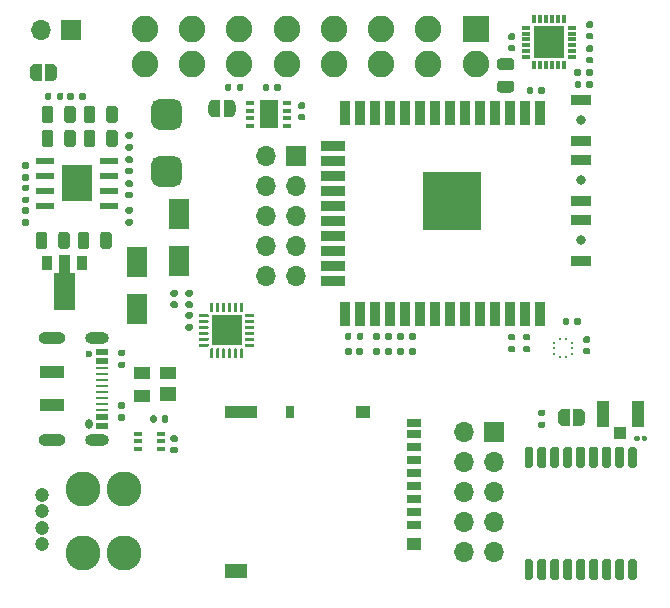
<source format=gbr>
%TF.GenerationSoftware,KiCad,Pcbnew,5.1.9*%
%TF.CreationDate,2021-03-07T20:19:58+01:00*%
%TF.ProjectId,obd32,6f626433-322e-46b6-9963-61645f706362,rev?*%
%TF.SameCoordinates,Original*%
%TF.FileFunction,Soldermask,Top*%
%TF.FilePolarity,Negative*%
%FSLAX46Y46*%
G04 Gerber Fmt 4.6, Leading zero omitted, Abs format (unit mm)*
G04 Created by KiCad (PCBNEW 5.1.9) date 2021-03-07 20:19:58*
%MOMM*%
%LPD*%
G01*
G04 APERTURE LIST*
%ADD10R,2.000000X1.000000*%
%ADD11O,2.300000X1.000000*%
%ADD12O,0.600000X0.850000*%
%ADD13C,0.600000*%
%ADD14O,2.000000X1.000000*%
%ADD15R,1.000000X0.270000*%
%ADD16R,1.000000X0.520000*%
%ADD17R,0.254000X0.279400*%
%ADD18R,0.279400X0.254000*%
%ADD19O,1.700000X1.700000*%
%ADD20R,1.700000X1.700000*%
%ADD21C,2.250000*%
%ADD22R,2.250000X2.250000*%
%ADD23C,0.100000*%
%ADD24R,1.041400X1.092200*%
%ADD25R,1.041400X2.260600*%
%ADD26R,1.900000X1.300000*%
%ADD27R,2.800000X1.000000*%
%ADD28R,0.800000X1.000000*%
%ADD29R,1.200000X1.000000*%
%ADD30R,1.200000X0.700000*%
%ADD31R,0.900000X1.300000*%
%ADD32R,0.900000X2.000000*%
%ADD33R,2.000000X0.900000*%
%ADD34R,5.000000X5.000000*%
%ADD35C,0.800000*%
%ADD36R,1.700000X0.900000*%
%ADD37C,2.970000*%
%ADD38C,1.200000*%
%ADD39R,1.400000X1.000000*%
%ADD40R,1.400000X1.200000*%
%ADD41R,2.600000X2.600000*%
%ADD42R,1.800000X2.500000*%
%ADD43R,2.600000X3.100000*%
%ADD44R,1.550000X0.600000*%
%ADD45R,0.650000X0.400000*%
%ADD46R,2.650000X2.750000*%
%ADD47R,0.800000X0.300000*%
%ADD48R,0.300000X0.800000*%
%ADD49R,1.550000X2.400000*%
%ADD50R,0.650000X0.350000*%
G04 APERTURE END LIST*
D10*
%TO.C,J2*%
X199838500Y-93215000D03*
X199838500Y-96015000D03*
D11*
X199838500Y-98935000D03*
D12*
X202938500Y-97615000D03*
D11*
X199838500Y-90295000D03*
D13*
X202938500Y-91615000D03*
D14*
X203663500Y-90295000D03*
X203663500Y-98935000D03*
D15*
X204038500Y-94365000D03*
X204038500Y-96365000D03*
X204038500Y-95865000D03*
X204038500Y-95365000D03*
X204038500Y-94865000D03*
X204038500Y-93865000D03*
X204038500Y-93365000D03*
X204038500Y-92865000D03*
D16*
X204038500Y-97715000D03*
X204038500Y-96965000D03*
X204038500Y-92265000D03*
X204038500Y-91515000D03*
X204038500Y-91515000D03*
X204038500Y-92265000D03*
X204038500Y-96965000D03*
X204038500Y-97715000D03*
%TD*%
%TO.C,R13*%
G36*
G01*
X206560000Y-79770000D02*
X206190000Y-79770000D01*
G75*
G02*
X206055000Y-79635000I0J135000D01*
G01*
X206055000Y-79365000D01*
G75*
G02*
X206190000Y-79230000I135000J0D01*
G01*
X206560000Y-79230000D01*
G75*
G02*
X206695000Y-79365000I0J-135000D01*
G01*
X206695000Y-79635000D01*
G75*
G02*
X206560000Y-79770000I-135000J0D01*
G01*
G37*
G36*
G01*
X206560000Y-80790000D02*
X206190000Y-80790000D01*
G75*
G02*
X206055000Y-80655000I0J135000D01*
G01*
X206055000Y-80385000D01*
G75*
G02*
X206190000Y-80250000I135000J0D01*
G01*
X206560000Y-80250000D01*
G75*
G02*
X206695000Y-80385000I0J-135000D01*
G01*
X206695000Y-80655000D01*
G75*
G02*
X206560000Y-80790000I-135000J0D01*
G01*
G37*
%TD*%
%TO.C,R18*%
G36*
G01*
X241115000Y-97395000D02*
X241485000Y-97395000D01*
G75*
G02*
X241620000Y-97530000I0J-135000D01*
G01*
X241620000Y-97800000D01*
G75*
G02*
X241485000Y-97935000I-135000J0D01*
G01*
X241115000Y-97935000D01*
G75*
G02*
X240980000Y-97800000I0J135000D01*
G01*
X240980000Y-97530000D01*
G75*
G02*
X241115000Y-97395000I135000J0D01*
G01*
G37*
G36*
G01*
X241115000Y-96375000D02*
X241485000Y-96375000D01*
G75*
G02*
X241620000Y-96510000I0J-135000D01*
G01*
X241620000Y-96780000D01*
G75*
G02*
X241485000Y-96915000I-135000J0D01*
G01*
X241115000Y-96915000D01*
G75*
G02*
X240980000Y-96780000I0J135000D01*
G01*
X240980000Y-96510000D01*
G75*
G02*
X241115000Y-96375000I135000J0D01*
G01*
G37*
%TD*%
%TO.C,R17*%
G36*
G01*
X215025000Y-68903000D02*
X215025000Y-69273000D01*
G75*
G02*
X214890000Y-69408000I-135000J0D01*
G01*
X214620000Y-69408000D01*
G75*
G02*
X214485000Y-69273000I0J135000D01*
G01*
X214485000Y-68903000D01*
G75*
G02*
X214620000Y-68768000I135000J0D01*
G01*
X214890000Y-68768000D01*
G75*
G02*
X215025000Y-68903000I0J-135000D01*
G01*
G37*
G36*
G01*
X216045000Y-68903000D02*
X216045000Y-69273000D01*
G75*
G02*
X215910000Y-69408000I-135000J0D01*
G01*
X215640000Y-69408000D01*
G75*
G02*
X215505000Y-69273000I0J135000D01*
G01*
X215505000Y-68903000D01*
G75*
G02*
X215640000Y-68768000I135000J0D01*
G01*
X215910000Y-68768000D01*
G75*
G02*
X216045000Y-68903000I0J-135000D01*
G01*
G37*
%TD*%
%TO.C,R16*%
G36*
G01*
X205555000Y-96760000D02*
X205925000Y-96760000D01*
G75*
G02*
X206060000Y-96895000I0J-135000D01*
G01*
X206060000Y-97165000D01*
G75*
G02*
X205925000Y-97300000I-135000J0D01*
G01*
X205555000Y-97300000D01*
G75*
G02*
X205420000Y-97165000I0J135000D01*
G01*
X205420000Y-96895000D01*
G75*
G02*
X205555000Y-96760000I135000J0D01*
G01*
G37*
G36*
G01*
X205555000Y-95740000D02*
X205925000Y-95740000D01*
G75*
G02*
X206060000Y-95875000I0J-135000D01*
G01*
X206060000Y-96145000D01*
G75*
G02*
X205925000Y-96280000I-135000J0D01*
G01*
X205555000Y-96280000D01*
G75*
G02*
X205420000Y-96145000I0J135000D01*
G01*
X205420000Y-95875000D01*
G75*
G02*
X205555000Y-95740000I135000J0D01*
G01*
G37*
%TD*%
%TO.C,R15*%
G36*
G01*
X205555000Y-92315000D02*
X205925000Y-92315000D01*
G75*
G02*
X206060000Y-92450000I0J-135000D01*
G01*
X206060000Y-92720000D01*
G75*
G02*
X205925000Y-92855000I-135000J0D01*
G01*
X205555000Y-92855000D01*
G75*
G02*
X205420000Y-92720000I0J135000D01*
G01*
X205420000Y-92450000D01*
G75*
G02*
X205555000Y-92315000I135000J0D01*
G01*
G37*
G36*
G01*
X205555000Y-91295000D02*
X205925000Y-91295000D01*
G75*
G02*
X206060000Y-91430000I0J-135000D01*
G01*
X206060000Y-91700000D01*
G75*
G02*
X205925000Y-91835000I-135000J0D01*
G01*
X205555000Y-91835000D01*
G75*
G02*
X205420000Y-91700000I0J135000D01*
G01*
X205420000Y-91430000D01*
G75*
G02*
X205555000Y-91295000I135000J0D01*
G01*
G37*
%TD*%
%TO.C,R14*%
G36*
G01*
X211270000Y-89140000D02*
X211640000Y-89140000D01*
G75*
G02*
X211775000Y-89275000I0J-135000D01*
G01*
X211775000Y-89545000D01*
G75*
G02*
X211640000Y-89680000I-135000J0D01*
G01*
X211270000Y-89680000D01*
G75*
G02*
X211135000Y-89545000I0J135000D01*
G01*
X211135000Y-89275000D01*
G75*
G02*
X211270000Y-89140000I135000J0D01*
G01*
G37*
G36*
G01*
X211270000Y-88120000D02*
X211640000Y-88120000D01*
G75*
G02*
X211775000Y-88255000I0J-135000D01*
G01*
X211775000Y-88525000D01*
G75*
G02*
X211640000Y-88660000I-135000J0D01*
G01*
X211270000Y-88660000D01*
G75*
G02*
X211135000Y-88525000I0J135000D01*
G01*
X211135000Y-88255000D01*
G75*
G02*
X211270000Y-88120000I135000J0D01*
G01*
G37*
%TD*%
%TO.C,R12*%
G36*
G01*
X206560000Y-73420000D02*
X206190000Y-73420000D01*
G75*
G02*
X206055000Y-73285000I0J135000D01*
G01*
X206055000Y-73015000D01*
G75*
G02*
X206190000Y-72880000I135000J0D01*
G01*
X206560000Y-72880000D01*
G75*
G02*
X206695000Y-73015000I0J-135000D01*
G01*
X206695000Y-73285000D01*
G75*
G02*
X206560000Y-73420000I-135000J0D01*
G01*
G37*
G36*
G01*
X206560000Y-74440000D02*
X206190000Y-74440000D01*
G75*
G02*
X206055000Y-74305000I0J135000D01*
G01*
X206055000Y-74035000D01*
G75*
G02*
X206190000Y-73900000I135000J0D01*
G01*
X206560000Y-73900000D01*
G75*
G02*
X206695000Y-74035000I0J-135000D01*
G01*
X206695000Y-74305000D01*
G75*
G02*
X206560000Y-74440000I-135000J0D01*
G01*
G37*
%TD*%
%TO.C,R11*%
G36*
G01*
X201150000Y-70035000D02*
X201150000Y-69665000D01*
G75*
G02*
X201285000Y-69530000I135000J0D01*
G01*
X201555000Y-69530000D01*
G75*
G02*
X201690000Y-69665000I0J-135000D01*
G01*
X201690000Y-70035000D01*
G75*
G02*
X201555000Y-70170000I-135000J0D01*
G01*
X201285000Y-70170000D01*
G75*
G02*
X201150000Y-70035000I0J135000D01*
G01*
G37*
G36*
G01*
X202170000Y-70035000D02*
X202170000Y-69665000D01*
G75*
G02*
X202305000Y-69530000I135000J0D01*
G01*
X202575000Y-69530000D01*
G75*
G02*
X202710000Y-69665000I0J-135000D01*
G01*
X202710000Y-70035000D01*
G75*
G02*
X202575000Y-70170000I-135000J0D01*
G01*
X202305000Y-70170000D01*
G75*
G02*
X202170000Y-70035000I0J135000D01*
G01*
G37*
%TD*%
%TO.C,R10*%
G36*
G01*
X199245000Y-70035000D02*
X199245000Y-69665000D01*
G75*
G02*
X199380000Y-69530000I135000J0D01*
G01*
X199650000Y-69530000D01*
G75*
G02*
X199785000Y-69665000I0J-135000D01*
G01*
X199785000Y-70035000D01*
G75*
G02*
X199650000Y-70170000I-135000J0D01*
G01*
X199380000Y-70170000D01*
G75*
G02*
X199245000Y-70035000I0J135000D01*
G01*
G37*
G36*
G01*
X200265000Y-70035000D02*
X200265000Y-69665000D01*
G75*
G02*
X200400000Y-69530000I135000J0D01*
G01*
X200670000Y-69530000D01*
G75*
G02*
X200805000Y-69665000I0J-135000D01*
G01*
X200805000Y-70035000D01*
G75*
G02*
X200670000Y-70170000I-135000J0D01*
G01*
X200400000Y-70170000D01*
G75*
G02*
X200265000Y-70035000I0J135000D01*
G01*
G37*
%TD*%
%TO.C,R9*%
G36*
G01*
X197427000Y-80250000D02*
X197797000Y-80250000D01*
G75*
G02*
X197932000Y-80385000I0J-135000D01*
G01*
X197932000Y-80655000D01*
G75*
G02*
X197797000Y-80790000I-135000J0D01*
G01*
X197427000Y-80790000D01*
G75*
G02*
X197292000Y-80655000I0J135000D01*
G01*
X197292000Y-80385000D01*
G75*
G02*
X197427000Y-80250000I135000J0D01*
G01*
G37*
G36*
G01*
X197427000Y-79230000D02*
X197797000Y-79230000D01*
G75*
G02*
X197932000Y-79365000I0J-135000D01*
G01*
X197932000Y-79635000D01*
G75*
G02*
X197797000Y-79770000I-135000J0D01*
G01*
X197427000Y-79770000D01*
G75*
G02*
X197292000Y-79635000I0J135000D01*
G01*
X197292000Y-79365000D01*
G75*
G02*
X197427000Y-79230000I135000J0D01*
G01*
G37*
%TD*%
%TO.C,R8*%
G36*
G01*
X197427000Y-78345000D02*
X197797000Y-78345000D01*
G75*
G02*
X197932000Y-78480000I0J-135000D01*
G01*
X197932000Y-78750000D01*
G75*
G02*
X197797000Y-78885000I-135000J0D01*
G01*
X197427000Y-78885000D01*
G75*
G02*
X197292000Y-78750000I0J135000D01*
G01*
X197292000Y-78480000D01*
G75*
G02*
X197427000Y-78345000I135000J0D01*
G01*
G37*
G36*
G01*
X197427000Y-77325000D02*
X197797000Y-77325000D01*
G75*
G02*
X197932000Y-77460000I0J-135000D01*
G01*
X197932000Y-77730000D01*
G75*
G02*
X197797000Y-77865000I-135000J0D01*
G01*
X197427000Y-77865000D01*
G75*
G02*
X197292000Y-77730000I0J135000D01*
G01*
X197292000Y-77460000D01*
G75*
G02*
X197427000Y-77325000I135000J0D01*
G01*
G37*
%TD*%
%TO.C,R7*%
G36*
G01*
X197797000Y-75960000D02*
X197427000Y-75960000D01*
G75*
G02*
X197292000Y-75825000I0J135000D01*
G01*
X197292000Y-75555000D01*
G75*
G02*
X197427000Y-75420000I135000J0D01*
G01*
X197797000Y-75420000D01*
G75*
G02*
X197932000Y-75555000I0J-135000D01*
G01*
X197932000Y-75825000D01*
G75*
G02*
X197797000Y-75960000I-135000J0D01*
G01*
G37*
G36*
G01*
X197797000Y-76980000D02*
X197427000Y-76980000D01*
G75*
G02*
X197292000Y-76845000I0J135000D01*
G01*
X197292000Y-76575000D01*
G75*
G02*
X197427000Y-76440000I135000J0D01*
G01*
X197797000Y-76440000D01*
G75*
G02*
X197932000Y-76575000I0J-135000D01*
G01*
X197932000Y-76845000D01*
G75*
G02*
X197797000Y-76980000I-135000J0D01*
G01*
G37*
%TD*%
%TO.C,R6*%
G36*
G01*
X229630000Y-89985000D02*
X229630000Y-90355000D01*
G75*
G02*
X229495000Y-90490000I-135000J0D01*
G01*
X229225000Y-90490000D01*
G75*
G02*
X229090000Y-90355000I0J135000D01*
G01*
X229090000Y-89985000D01*
G75*
G02*
X229225000Y-89850000I135000J0D01*
G01*
X229495000Y-89850000D01*
G75*
G02*
X229630000Y-89985000I0J-135000D01*
G01*
G37*
G36*
G01*
X230650000Y-89985000D02*
X230650000Y-90355000D01*
G75*
G02*
X230515000Y-90490000I-135000J0D01*
G01*
X230245000Y-90490000D01*
G75*
G02*
X230110000Y-90355000I0J135000D01*
G01*
X230110000Y-89985000D01*
G75*
G02*
X230245000Y-89850000I135000J0D01*
G01*
X230515000Y-89850000D01*
G75*
G02*
X230650000Y-89985000I0J-135000D01*
G01*
G37*
%TD*%
%TO.C,R5*%
G36*
G01*
X227598000Y-89985000D02*
X227598000Y-90355000D01*
G75*
G02*
X227463000Y-90490000I-135000J0D01*
G01*
X227193000Y-90490000D01*
G75*
G02*
X227058000Y-90355000I0J135000D01*
G01*
X227058000Y-89985000D01*
G75*
G02*
X227193000Y-89850000I135000J0D01*
G01*
X227463000Y-89850000D01*
G75*
G02*
X227598000Y-89985000I0J-135000D01*
G01*
G37*
G36*
G01*
X228618000Y-89985000D02*
X228618000Y-90355000D01*
G75*
G02*
X228483000Y-90490000I-135000J0D01*
G01*
X228213000Y-90490000D01*
G75*
G02*
X228078000Y-90355000I0J135000D01*
G01*
X228078000Y-89985000D01*
G75*
G02*
X228213000Y-89850000I135000J0D01*
G01*
X228483000Y-89850000D01*
G75*
G02*
X228618000Y-89985000I0J-135000D01*
G01*
G37*
%TD*%
%TO.C,R4*%
G36*
G01*
X225185000Y-89985000D02*
X225185000Y-90355000D01*
G75*
G02*
X225050000Y-90490000I-135000J0D01*
G01*
X224780000Y-90490000D01*
G75*
G02*
X224645000Y-90355000I0J135000D01*
G01*
X224645000Y-89985000D01*
G75*
G02*
X224780000Y-89850000I135000J0D01*
G01*
X225050000Y-89850000D01*
G75*
G02*
X225185000Y-89985000I0J-135000D01*
G01*
G37*
G36*
G01*
X226205000Y-89985000D02*
X226205000Y-90355000D01*
G75*
G02*
X226070000Y-90490000I-135000J0D01*
G01*
X225800000Y-90490000D01*
G75*
G02*
X225665000Y-90355000I0J135000D01*
G01*
X225665000Y-89985000D01*
G75*
G02*
X225800000Y-89850000I135000J0D01*
G01*
X226070000Y-89850000D01*
G75*
G02*
X226205000Y-89985000I0J-135000D01*
G01*
G37*
%TD*%
%TO.C,R3*%
G36*
G01*
X245096000Y-68003000D02*
X245096000Y-67633000D01*
G75*
G02*
X245231000Y-67498000I135000J0D01*
G01*
X245501000Y-67498000D01*
G75*
G02*
X245636000Y-67633000I0J-135000D01*
G01*
X245636000Y-68003000D01*
G75*
G02*
X245501000Y-68138000I-135000J0D01*
G01*
X245231000Y-68138000D01*
G75*
G02*
X245096000Y-68003000I0J135000D01*
G01*
G37*
G36*
G01*
X244076000Y-68003000D02*
X244076000Y-67633000D01*
G75*
G02*
X244211000Y-67498000I135000J0D01*
G01*
X244481000Y-67498000D01*
G75*
G02*
X244616000Y-67633000I0J-135000D01*
G01*
X244616000Y-68003000D01*
G75*
G02*
X244481000Y-68138000I-135000J0D01*
G01*
X244211000Y-68138000D01*
G75*
G02*
X244076000Y-68003000I0J135000D01*
G01*
G37*
%TD*%
%TO.C,R2*%
G36*
G01*
X240215000Y-90504000D02*
X239845000Y-90504000D01*
G75*
G02*
X239710000Y-90369000I0J135000D01*
G01*
X239710000Y-90099000D01*
G75*
G02*
X239845000Y-89964000I135000J0D01*
G01*
X240215000Y-89964000D01*
G75*
G02*
X240350000Y-90099000I0J-135000D01*
G01*
X240350000Y-90369000D01*
G75*
G02*
X240215000Y-90504000I-135000J0D01*
G01*
G37*
G36*
G01*
X240215000Y-91524000D02*
X239845000Y-91524000D01*
G75*
G02*
X239710000Y-91389000I0J135000D01*
G01*
X239710000Y-91119000D01*
G75*
G02*
X239845000Y-90984000I135000J0D01*
G01*
X240215000Y-90984000D01*
G75*
G02*
X240350000Y-91119000I0J-135000D01*
G01*
X240350000Y-91389000D01*
G75*
G02*
X240215000Y-91524000I-135000J0D01*
G01*
G37*
%TD*%
%TO.C,R1*%
G36*
G01*
X238575000Y-90984000D02*
X238945000Y-90984000D01*
G75*
G02*
X239080000Y-91119000I0J-135000D01*
G01*
X239080000Y-91389000D01*
G75*
G02*
X238945000Y-91524000I-135000J0D01*
G01*
X238575000Y-91524000D01*
G75*
G02*
X238440000Y-91389000I0J135000D01*
G01*
X238440000Y-91119000D01*
G75*
G02*
X238575000Y-90984000I135000J0D01*
G01*
G37*
G36*
G01*
X238575000Y-89964000D02*
X238945000Y-89964000D01*
G75*
G02*
X239080000Y-90099000I0J-135000D01*
G01*
X239080000Y-90369000D01*
G75*
G02*
X238945000Y-90504000I-135000J0D01*
G01*
X238575000Y-90504000D01*
G75*
G02*
X238440000Y-90369000I0J135000D01*
G01*
X238440000Y-90099000D01*
G75*
G02*
X238575000Y-89964000I135000J0D01*
G01*
G37*
%TD*%
%TO.C,C22*%
G36*
G01*
X243640000Y-88730000D02*
X243640000Y-89070000D01*
G75*
G02*
X243500000Y-89210000I-140000J0D01*
G01*
X243220000Y-89210000D01*
G75*
G02*
X243080000Y-89070000I0J140000D01*
G01*
X243080000Y-88730000D01*
G75*
G02*
X243220000Y-88590000I140000J0D01*
G01*
X243500000Y-88590000D01*
G75*
G02*
X243640000Y-88730000I0J-140000D01*
G01*
G37*
G36*
G01*
X244600000Y-88730000D02*
X244600000Y-89070000D01*
G75*
G02*
X244460000Y-89210000I-140000J0D01*
G01*
X244180000Y-89210000D01*
G75*
G02*
X244040000Y-89070000I0J140000D01*
G01*
X244040000Y-88730000D01*
G75*
G02*
X244180000Y-88590000I140000J0D01*
G01*
X244460000Y-88590000D01*
G75*
G02*
X244600000Y-88730000I0J-140000D01*
G01*
G37*
%TD*%
%TO.C,C21*%
G36*
G01*
X210355000Y-99114000D02*
X210015000Y-99114000D01*
G75*
G02*
X209875000Y-98974000I0J140000D01*
G01*
X209875000Y-98694000D01*
G75*
G02*
X210015000Y-98554000I140000J0D01*
G01*
X210355000Y-98554000D01*
G75*
G02*
X210495000Y-98694000I0J-140000D01*
G01*
X210495000Y-98974000D01*
G75*
G02*
X210355000Y-99114000I-140000J0D01*
G01*
G37*
G36*
G01*
X210355000Y-100074000D02*
X210015000Y-100074000D01*
G75*
G02*
X209875000Y-99934000I0J140000D01*
G01*
X209875000Y-99654000D01*
G75*
G02*
X210015000Y-99514000I140000J0D01*
G01*
X210355000Y-99514000D01*
G75*
G02*
X210495000Y-99654000I0J-140000D01*
G01*
X210495000Y-99934000D01*
G75*
G02*
X210355000Y-100074000I-140000J0D01*
G01*
G37*
%TD*%
%TO.C,C20*%
G36*
G01*
X220810000Y-71320000D02*
X221150000Y-71320000D01*
G75*
G02*
X221290000Y-71460000I0J-140000D01*
G01*
X221290000Y-71740000D01*
G75*
G02*
X221150000Y-71880000I-140000J0D01*
G01*
X220810000Y-71880000D01*
G75*
G02*
X220670000Y-71740000I0J140000D01*
G01*
X220670000Y-71460000D01*
G75*
G02*
X220810000Y-71320000I140000J0D01*
G01*
G37*
G36*
G01*
X220810000Y-70360000D02*
X221150000Y-70360000D01*
G75*
G02*
X221290000Y-70500000I0J-140000D01*
G01*
X221290000Y-70780000D01*
G75*
G02*
X221150000Y-70920000I-140000J0D01*
G01*
X220810000Y-70920000D01*
G75*
G02*
X220670000Y-70780000I0J140000D01*
G01*
X220670000Y-70500000D01*
G75*
G02*
X220810000Y-70360000I140000J0D01*
G01*
G37*
%TD*%
%TO.C,C19*%
G36*
G01*
X209115000Y-97325000D02*
X209115000Y-96985000D01*
G75*
G02*
X209255000Y-96845000I140000J0D01*
G01*
X209535000Y-96845000D01*
G75*
G02*
X209675000Y-96985000I0J-140000D01*
G01*
X209675000Y-97325000D01*
G75*
G02*
X209535000Y-97465000I-140000J0D01*
G01*
X209255000Y-97465000D01*
G75*
G02*
X209115000Y-97325000I0J140000D01*
G01*
G37*
G36*
G01*
X208155000Y-97325000D02*
X208155000Y-96985000D01*
G75*
G02*
X208295000Y-96845000I140000J0D01*
G01*
X208575000Y-96845000D01*
G75*
G02*
X208715000Y-96985000I0J-140000D01*
G01*
X208715000Y-97325000D01*
G75*
G02*
X208575000Y-97465000I-140000J0D01*
G01*
X208295000Y-97465000D01*
G75*
G02*
X208155000Y-97325000I0J140000D01*
G01*
G37*
%TD*%
%TO.C,C18*%
G36*
G01*
X218240000Y-68918000D02*
X218240000Y-69258000D01*
G75*
G02*
X218100000Y-69398000I-140000J0D01*
G01*
X217820000Y-69398000D01*
G75*
G02*
X217680000Y-69258000I0J140000D01*
G01*
X217680000Y-68918000D01*
G75*
G02*
X217820000Y-68778000I140000J0D01*
G01*
X218100000Y-68778000D01*
G75*
G02*
X218240000Y-68918000I0J-140000D01*
G01*
G37*
G36*
G01*
X219200000Y-68918000D02*
X219200000Y-69258000D01*
G75*
G02*
X219060000Y-69398000I-140000J0D01*
G01*
X218780000Y-69398000D01*
G75*
G02*
X218640000Y-69258000I0J140000D01*
G01*
X218640000Y-68918000D01*
G75*
G02*
X218780000Y-68778000I140000J0D01*
G01*
X219060000Y-68778000D01*
G75*
G02*
X219200000Y-68918000I0J-140000D01*
G01*
G37*
%TD*%
%TO.C,C17*%
G36*
G01*
X245280000Y-90732000D02*
X244940000Y-90732000D01*
G75*
G02*
X244800000Y-90592000I0J140000D01*
G01*
X244800000Y-90312000D01*
G75*
G02*
X244940000Y-90172000I140000J0D01*
G01*
X245280000Y-90172000D01*
G75*
G02*
X245420000Y-90312000I0J-140000D01*
G01*
X245420000Y-90592000D01*
G75*
G02*
X245280000Y-90732000I-140000J0D01*
G01*
G37*
G36*
G01*
X245280000Y-91692000D02*
X244940000Y-91692000D01*
G75*
G02*
X244800000Y-91552000I0J140000D01*
G01*
X244800000Y-91272000D01*
G75*
G02*
X244940000Y-91132000I140000J0D01*
G01*
X245280000Y-91132000D01*
G75*
G02*
X245420000Y-91272000I0J-140000D01*
G01*
X245420000Y-91552000D01*
G75*
G02*
X245280000Y-91692000I-140000J0D01*
G01*
G37*
%TD*%
%TO.C,C16*%
G36*
G01*
X245534000Y-66094000D02*
X245194000Y-66094000D01*
G75*
G02*
X245054000Y-65954000I0J140000D01*
G01*
X245054000Y-65674000D01*
G75*
G02*
X245194000Y-65534000I140000J0D01*
G01*
X245534000Y-65534000D01*
G75*
G02*
X245674000Y-65674000I0J-140000D01*
G01*
X245674000Y-65954000D01*
G75*
G02*
X245534000Y-66094000I-140000J0D01*
G01*
G37*
G36*
G01*
X245534000Y-67054000D02*
X245194000Y-67054000D01*
G75*
G02*
X245054000Y-66914000I0J140000D01*
G01*
X245054000Y-66634000D01*
G75*
G02*
X245194000Y-66494000I140000J0D01*
G01*
X245534000Y-66494000D01*
G75*
G02*
X245674000Y-66634000I0J-140000D01*
G01*
X245674000Y-66914000D01*
G75*
G02*
X245534000Y-67054000I-140000J0D01*
G01*
G37*
%TD*%
%TO.C,C15*%
G36*
G01*
X238590000Y-65478000D02*
X238930000Y-65478000D01*
G75*
G02*
X239070000Y-65618000I0J-140000D01*
G01*
X239070000Y-65898000D01*
G75*
G02*
X238930000Y-66038000I-140000J0D01*
G01*
X238590000Y-66038000D01*
G75*
G02*
X238450000Y-65898000I0J140000D01*
G01*
X238450000Y-65618000D01*
G75*
G02*
X238590000Y-65478000I140000J0D01*
G01*
G37*
G36*
G01*
X238590000Y-64518000D02*
X238930000Y-64518000D01*
G75*
G02*
X239070000Y-64658000I0J-140000D01*
G01*
X239070000Y-64938000D01*
G75*
G02*
X238930000Y-65078000I-140000J0D01*
G01*
X238590000Y-65078000D01*
G75*
G02*
X238450000Y-64938000I0J140000D01*
G01*
X238450000Y-64658000D01*
G75*
G02*
X238590000Y-64518000I140000J0D01*
G01*
G37*
%TD*%
%TO.C,C14*%
G36*
G01*
X245194000Y-64462000D02*
X245534000Y-64462000D01*
G75*
G02*
X245674000Y-64602000I0J-140000D01*
G01*
X245674000Y-64882000D01*
G75*
G02*
X245534000Y-65022000I-140000J0D01*
G01*
X245194000Y-65022000D01*
G75*
G02*
X245054000Y-64882000I0J140000D01*
G01*
X245054000Y-64602000D01*
G75*
G02*
X245194000Y-64462000I140000J0D01*
G01*
G37*
G36*
G01*
X245194000Y-63502000D02*
X245534000Y-63502000D01*
G75*
G02*
X245674000Y-63642000I0J-140000D01*
G01*
X245674000Y-63922000D01*
G75*
G02*
X245534000Y-64062000I-140000J0D01*
G01*
X245194000Y-64062000D01*
G75*
G02*
X245054000Y-63922000I0J140000D01*
G01*
X245054000Y-63642000D01*
G75*
G02*
X245194000Y-63502000I140000J0D01*
G01*
G37*
%TD*%
%TO.C,C10*%
G36*
G01*
X210355000Y-86795000D02*
X210015000Y-86795000D01*
G75*
G02*
X209875000Y-86655000I0J140000D01*
G01*
X209875000Y-86375000D01*
G75*
G02*
X210015000Y-86235000I140000J0D01*
G01*
X210355000Y-86235000D01*
G75*
G02*
X210495000Y-86375000I0J-140000D01*
G01*
X210495000Y-86655000D01*
G75*
G02*
X210355000Y-86795000I-140000J0D01*
G01*
G37*
G36*
G01*
X210355000Y-87755000D02*
X210015000Y-87755000D01*
G75*
G02*
X209875000Y-87615000I0J140000D01*
G01*
X209875000Y-87335000D01*
G75*
G02*
X210015000Y-87195000I140000J0D01*
G01*
X210355000Y-87195000D01*
G75*
G02*
X210495000Y-87335000I0J-140000D01*
G01*
X210495000Y-87615000D01*
G75*
G02*
X210355000Y-87755000I-140000J0D01*
G01*
G37*
%TD*%
%TO.C,C9*%
G36*
G01*
X240992000Y-69512000D02*
X240992000Y-69172000D01*
G75*
G02*
X241132000Y-69032000I140000J0D01*
G01*
X241412000Y-69032000D01*
G75*
G02*
X241552000Y-69172000I0J-140000D01*
G01*
X241552000Y-69512000D01*
G75*
G02*
X241412000Y-69652000I-140000J0D01*
G01*
X241132000Y-69652000D01*
G75*
G02*
X240992000Y-69512000I0J140000D01*
G01*
G37*
G36*
G01*
X240032000Y-69512000D02*
X240032000Y-69172000D01*
G75*
G02*
X240172000Y-69032000I140000J0D01*
G01*
X240452000Y-69032000D01*
G75*
G02*
X240592000Y-69172000I0J-140000D01*
G01*
X240592000Y-69512000D01*
G75*
G02*
X240452000Y-69652000I-140000J0D01*
G01*
X240172000Y-69652000D01*
G75*
G02*
X240032000Y-69512000I0J140000D01*
G01*
G37*
%TD*%
%TO.C,C7*%
G36*
G01*
X211625000Y-86795000D02*
X211285000Y-86795000D01*
G75*
G02*
X211145000Y-86655000I0J140000D01*
G01*
X211145000Y-86375000D01*
G75*
G02*
X211285000Y-86235000I140000J0D01*
G01*
X211625000Y-86235000D01*
G75*
G02*
X211765000Y-86375000I0J-140000D01*
G01*
X211765000Y-86655000D01*
G75*
G02*
X211625000Y-86795000I-140000J0D01*
G01*
G37*
G36*
G01*
X211625000Y-87755000D02*
X211285000Y-87755000D01*
G75*
G02*
X211145000Y-87615000I0J140000D01*
G01*
X211145000Y-87335000D01*
G75*
G02*
X211285000Y-87195000I140000J0D01*
G01*
X211625000Y-87195000D01*
G75*
G02*
X211765000Y-87335000I0J-140000D01*
G01*
X211765000Y-87615000D01*
G75*
G02*
X211625000Y-87755000I-140000J0D01*
G01*
G37*
%TD*%
%TO.C,C2*%
G36*
G01*
X244656000Y-68664000D02*
X244656000Y-69004000D01*
G75*
G02*
X244516000Y-69144000I-140000J0D01*
G01*
X244236000Y-69144000D01*
G75*
G02*
X244096000Y-69004000I0J140000D01*
G01*
X244096000Y-68664000D01*
G75*
G02*
X244236000Y-68524000I140000J0D01*
G01*
X244516000Y-68524000D01*
G75*
G02*
X244656000Y-68664000I0J-140000D01*
G01*
G37*
G36*
G01*
X245616000Y-68664000D02*
X245616000Y-69004000D01*
G75*
G02*
X245476000Y-69144000I-140000J0D01*
G01*
X245196000Y-69144000D01*
G75*
G02*
X245056000Y-69004000I0J140000D01*
G01*
X245056000Y-68664000D01*
G75*
G02*
X245196000Y-68524000I140000J0D01*
G01*
X245476000Y-68524000D01*
G75*
G02*
X245616000Y-68664000I0J-140000D01*
G01*
G37*
%TD*%
D17*
%TO.C,U6*%
X242828000Y-90424000D03*
X243328000Y-90424000D03*
D18*
X243840000Y-90686001D03*
X243840000Y-91186000D03*
X243840000Y-91685999D03*
D17*
X243328000Y-91948000D03*
X242828000Y-91948000D03*
D18*
X242316000Y-91685999D03*
X242316000Y-91186000D03*
X242316000Y-90686001D03*
%TD*%
D19*
%TO.C,JP4*%
X198882000Y-64262000D03*
D20*
X201422000Y-64262000D03*
%TD*%
D21*
%TO.C,J3*%
X207712000Y-67135000D03*
X211712000Y-67135000D03*
X215712000Y-67135000D03*
X219712000Y-67135000D03*
X223712000Y-67135000D03*
X227712000Y-67135000D03*
X231712000Y-67135000D03*
X235712000Y-67135000D03*
X207712000Y-64135000D03*
X211712000Y-64135000D03*
X215712000Y-64135000D03*
X219712000Y-64135000D03*
X223712000Y-64135000D03*
X227712000Y-64135000D03*
X231712000Y-64135000D03*
D22*
X235712000Y-64135000D03*
%TD*%
D19*
%TO.C,J5*%
X234696000Y-108458000D03*
X237236000Y-108458000D03*
X234696000Y-105918000D03*
X237236000Y-105918000D03*
X234696000Y-103378000D03*
X237236000Y-103378000D03*
X234696000Y-100838000D03*
X237236000Y-100838000D03*
X234696000Y-98298000D03*
D20*
X237236000Y-98298000D03*
%TD*%
D23*
%TO.C,JP3*%
G36*
X243690000Y-97778000D02*
G01*
X243190000Y-97778000D01*
X243190000Y-97777398D01*
X243165466Y-97777398D01*
X243116635Y-97772588D01*
X243068510Y-97763016D01*
X243021555Y-97748772D01*
X242976222Y-97729995D01*
X242932949Y-97706864D01*
X242892150Y-97679604D01*
X242854221Y-97648476D01*
X242819524Y-97613779D01*
X242788396Y-97575850D01*
X242761136Y-97535051D01*
X242738005Y-97491778D01*
X242719228Y-97446445D01*
X242704984Y-97399490D01*
X242695412Y-97351365D01*
X242690602Y-97302534D01*
X242690602Y-97278000D01*
X242690000Y-97278000D01*
X242690000Y-96778000D01*
X242690602Y-96778000D01*
X242690602Y-96753466D01*
X242695412Y-96704635D01*
X242704984Y-96656510D01*
X242719228Y-96609555D01*
X242738005Y-96564222D01*
X242761136Y-96520949D01*
X242788396Y-96480150D01*
X242819524Y-96442221D01*
X242854221Y-96407524D01*
X242892150Y-96376396D01*
X242932949Y-96349136D01*
X242976222Y-96326005D01*
X243021555Y-96307228D01*
X243068510Y-96292984D01*
X243116635Y-96283412D01*
X243165466Y-96278602D01*
X243190000Y-96278602D01*
X243190000Y-96278000D01*
X243690000Y-96278000D01*
X243690000Y-97778000D01*
G37*
G36*
X244490000Y-96278602D02*
G01*
X244514534Y-96278602D01*
X244563365Y-96283412D01*
X244611490Y-96292984D01*
X244658445Y-96307228D01*
X244703778Y-96326005D01*
X244747051Y-96349136D01*
X244787850Y-96376396D01*
X244825779Y-96407524D01*
X244860476Y-96442221D01*
X244891604Y-96480150D01*
X244918864Y-96520949D01*
X244941995Y-96564222D01*
X244960772Y-96609555D01*
X244975016Y-96656510D01*
X244984588Y-96704635D01*
X244989398Y-96753466D01*
X244989398Y-96778000D01*
X244990000Y-96778000D01*
X244990000Y-97278000D01*
X244989398Y-97278000D01*
X244989398Y-97302534D01*
X244984588Y-97351365D01*
X244975016Y-97399490D01*
X244960772Y-97446445D01*
X244941995Y-97491778D01*
X244918864Y-97535051D01*
X244891604Y-97575850D01*
X244860476Y-97613779D01*
X244825779Y-97648476D01*
X244787850Y-97679604D01*
X244747051Y-97706864D01*
X244703778Y-97729995D01*
X244658445Y-97748772D01*
X244611490Y-97763016D01*
X244563365Y-97772588D01*
X244514534Y-97777398D01*
X244490000Y-97777398D01*
X244490000Y-97778000D01*
X243990000Y-97778000D01*
X243990000Y-96278000D01*
X244490000Y-96278000D01*
X244490000Y-96278602D01*
G37*
%TD*%
D24*
%TO.C,J7*%
X247957500Y-98370000D03*
D25*
X249428000Y-96774000D03*
X246487000Y-96774000D03*
%TD*%
%TO.C,U9*%
G36*
G01*
X240377000Y-101306000D02*
X240027000Y-101306000D01*
G75*
G02*
X239852000Y-101131000I0J175000D01*
G01*
X239852000Y-99681000D01*
G75*
G02*
X240027000Y-99506000I175000J0D01*
G01*
X240377000Y-99506000D01*
G75*
G02*
X240552000Y-99681000I0J-175000D01*
G01*
X240552000Y-101131000D01*
G75*
G02*
X240377000Y-101306000I-175000J0D01*
G01*
G37*
G36*
G01*
X241502000Y-101306000D02*
X241102000Y-101306000D01*
G75*
G02*
X240902000Y-101106000I0J200000D01*
G01*
X240902000Y-99706000D01*
G75*
G02*
X241102000Y-99506000I200000J0D01*
G01*
X241502000Y-99506000D01*
G75*
G02*
X241702000Y-99706000I0J-200000D01*
G01*
X241702000Y-101106000D01*
G75*
G02*
X241502000Y-101306000I-200000J0D01*
G01*
G37*
G36*
G01*
X242602000Y-101306000D02*
X242202000Y-101306000D01*
G75*
G02*
X242002000Y-101106000I0J200000D01*
G01*
X242002000Y-99706000D01*
G75*
G02*
X242202000Y-99506000I200000J0D01*
G01*
X242602000Y-99506000D01*
G75*
G02*
X242802000Y-99706000I0J-200000D01*
G01*
X242802000Y-101106000D01*
G75*
G02*
X242602000Y-101306000I-200000J0D01*
G01*
G37*
G36*
G01*
X243702000Y-101306000D02*
X243302000Y-101306000D01*
G75*
G02*
X243102000Y-101106000I0J200000D01*
G01*
X243102000Y-99706000D01*
G75*
G02*
X243302000Y-99506000I200000J0D01*
G01*
X243702000Y-99506000D01*
G75*
G02*
X243902000Y-99706000I0J-200000D01*
G01*
X243902000Y-101106000D01*
G75*
G02*
X243702000Y-101306000I-200000J0D01*
G01*
G37*
G36*
G01*
X244802000Y-101306000D02*
X244402000Y-101306000D01*
G75*
G02*
X244202000Y-101106000I0J200000D01*
G01*
X244202000Y-99706000D01*
G75*
G02*
X244402000Y-99506000I200000J0D01*
G01*
X244802000Y-99506000D01*
G75*
G02*
X245002000Y-99706000I0J-200000D01*
G01*
X245002000Y-101106000D01*
G75*
G02*
X244802000Y-101306000I-200000J0D01*
G01*
G37*
G36*
G01*
X245902000Y-101306000D02*
X245502000Y-101306000D01*
G75*
G02*
X245302000Y-101106000I0J200000D01*
G01*
X245302000Y-99706000D01*
G75*
G02*
X245502000Y-99506000I200000J0D01*
G01*
X245902000Y-99506000D01*
G75*
G02*
X246102000Y-99706000I0J-200000D01*
G01*
X246102000Y-101106000D01*
G75*
G02*
X245902000Y-101306000I-200000J0D01*
G01*
G37*
G36*
G01*
X247002000Y-101306000D02*
X246602000Y-101306000D01*
G75*
G02*
X246402000Y-101106000I0J200000D01*
G01*
X246402000Y-99706000D01*
G75*
G02*
X246602000Y-99506000I200000J0D01*
G01*
X247002000Y-99506000D01*
G75*
G02*
X247202000Y-99706000I0J-200000D01*
G01*
X247202000Y-101106000D01*
G75*
G02*
X247002000Y-101306000I-200000J0D01*
G01*
G37*
G36*
G01*
X248102000Y-101306000D02*
X247702000Y-101306000D01*
G75*
G02*
X247502000Y-101106000I0J200000D01*
G01*
X247502000Y-99706000D01*
G75*
G02*
X247702000Y-99506000I200000J0D01*
G01*
X248102000Y-99506000D01*
G75*
G02*
X248302000Y-99706000I0J-200000D01*
G01*
X248302000Y-101106000D01*
G75*
G02*
X248102000Y-101306000I-200000J0D01*
G01*
G37*
G36*
G01*
X249177000Y-101306000D02*
X248827000Y-101306000D01*
G75*
G02*
X248652000Y-101131000I0J175000D01*
G01*
X248652000Y-99681000D01*
G75*
G02*
X248827000Y-99506000I175000J0D01*
G01*
X249177000Y-99506000D01*
G75*
G02*
X249352000Y-99681000I0J-175000D01*
G01*
X249352000Y-101131000D01*
G75*
G02*
X249177000Y-101306000I-175000J0D01*
G01*
G37*
G36*
G01*
X249177000Y-110806000D02*
X248827000Y-110806000D01*
G75*
G02*
X248652000Y-110631000I0J175000D01*
G01*
X248652000Y-109181000D01*
G75*
G02*
X248827000Y-109006000I175000J0D01*
G01*
X249177000Y-109006000D01*
G75*
G02*
X249352000Y-109181000I0J-175000D01*
G01*
X249352000Y-110631000D01*
G75*
G02*
X249177000Y-110806000I-175000J0D01*
G01*
G37*
G36*
G01*
X248102000Y-110806000D02*
X247702000Y-110806000D01*
G75*
G02*
X247502000Y-110606000I0J200000D01*
G01*
X247502000Y-109206000D01*
G75*
G02*
X247702000Y-109006000I200000J0D01*
G01*
X248102000Y-109006000D01*
G75*
G02*
X248302000Y-109206000I0J-200000D01*
G01*
X248302000Y-110606000D01*
G75*
G02*
X248102000Y-110806000I-200000J0D01*
G01*
G37*
G36*
G01*
X247002000Y-110806000D02*
X246602000Y-110806000D01*
G75*
G02*
X246402000Y-110606000I0J200000D01*
G01*
X246402000Y-109206000D01*
G75*
G02*
X246602000Y-109006000I200000J0D01*
G01*
X247002000Y-109006000D01*
G75*
G02*
X247202000Y-109206000I0J-200000D01*
G01*
X247202000Y-110606000D01*
G75*
G02*
X247002000Y-110806000I-200000J0D01*
G01*
G37*
G36*
G01*
X245902000Y-110806000D02*
X245502000Y-110806000D01*
G75*
G02*
X245302000Y-110606000I0J200000D01*
G01*
X245302000Y-109206000D01*
G75*
G02*
X245502000Y-109006000I200000J0D01*
G01*
X245902000Y-109006000D01*
G75*
G02*
X246102000Y-109206000I0J-200000D01*
G01*
X246102000Y-110606000D01*
G75*
G02*
X245902000Y-110806000I-200000J0D01*
G01*
G37*
G36*
G01*
X244802000Y-110806000D02*
X244402000Y-110806000D01*
G75*
G02*
X244202000Y-110606000I0J200000D01*
G01*
X244202000Y-109206000D01*
G75*
G02*
X244402000Y-109006000I200000J0D01*
G01*
X244802000Y-109006000D01*
G75*
G02*
X245002000Y-109206000I0J-200000D01*
G01*
X245002000Y-110606000D01*
G75*
G02*
X244802000Y-110806000I-200000J0D01*
G01*
G37*
G36*
G01*
X243702000Y-110806000D02*
X243302000Y-110806000D01*
G75*
G02*
X243102000Y-110606000I0J200000D01*
G01*
X243102000Y-109206000D01*
G75*
G02*
X243302000Y-109006000I200000J0D01*
G01*
X243702000Y-109006000D01*
G75*
G02*
X243902000Y-109206000I0J-200000D01*
G01*
X243902000Y-110606000D01*
G75*
G02*
X243702000Y-110806000I-200000J0D01*
G01*
G37*
G36*
G01*
X242602000Y-110806000D02*
X242202000Y-110806000D01*
G75*
G02*
X242002000Y-110606000I0J200000D01*
G01*
X242002000Y-109206000D01*
G75*
G02*
X242202000Y-109006000I200000J0D01*
G01*
X242602000Y-109006000D01*
G75*
G02*
X242802000Y-109206000I0J-200000D01*
G01*
X242802000Y-110606000D01*
G75*
G02*
X242602000Y-110806000I-200000J0D01*
G01*
G37*
G36*
G01*
X241502000Y-110806000D02*
X241102000Y-110806000D01*
G75*
G02*
X240902000Y-110606000I0J200000D01*
G01*
X240902000Y-109206000D01*
G75*
G02*
X241102000Y-109006000I200000J0D01*
G01*
X241502000Y-109006000D01*
G75*
G02*
X241702000Y-109206000I0J-200000D01*
G01*
X241702000Y-110606000D01*
G75*
G02*
X241502000Y-110806000I-200000J0D01*
G01*
G37*
G36*
G01*
X240377000Y-110806000D02*
X240027000Y-110806000D01*
G75*
G02*
X239852000Y-110631000I0J175000D01*
G01*
X239852000Y-109181000D01*
G75*
G02*
X240027000Y-109006000I175000J0D01*
G01*
X240377000Y-109006000D01*
G75*
G02*
X240552000Y-109181000I0J-175000D01*
G01*
X240552000Y-110631000D01*
G75*
G02*
X240377000Y-110806000I-175000J0D01*
G01*
G37*
%TD*%
D26*
%TO.C,J6*%
X215383000Y-110053000D03*
D27*
X215833000Y-96553000D03*
D28*
X219983000Y-96553000D03*
D29*
X226183000Y-96553000D03*
X230483000Y-107703000D03*
D30*
X230483000Y-99553000D03*
X230483000Y-100653000D03*
X230483000Y-101753000D03*
X230483000Y-102853000D03*
X230483000Y-103953000D03*
X230483000Y-105053000D03*
X230483000Y-106153000D03*
X230483000Y-98453000D03*
X230483000Y-97503000D03*
%TD*%
%TO.C,D7*%
G36*
G01*
X249772000Y-98906000D02*
X249772000Y-98706000D01*
G75*
G02*
X249872000Y-98606000I100000J0D01*
G01*
X250132000Y-98606000D01*
G75*
G02*
X250232000Y-98706000I0J-100000D01*
G01*
X250232000Y-98906000D01*
G75*
G02*
X250132000Y-99006000I-100000J0D01*
G01*
X249872000Y-99006000D01*
G75*
G02*
X249772000Y-98906000I0J100000D01*
G01*
G37*
G36*
G01*
X249132000Y-98906000D02*
X249132000Y-98706000D01*
G75*
G02*
X249232000Y-98606000I100000J0D01*
G01*
X249492000Y-98606000D01*
G75*
G02*
X249592000Y-98706000I0J-100000D01*
G01*
X249592000Y-98906000D01*
G75*
G02*
X249492000Y-99006000I-100000J0D01*
G01*
X249232000Y-99006000D01*
G75*
G02*
X249132000Y-98906000I0J100000D01*
G01*
G37*
%TD*%
D23*
%TO.C,U3*%
G36*
X200047500Y-87898000D02*
G01*
X200047500Y-84773000D01*
X200464000Y-84773000D01*
X200464000Y-83298000D01*
X201364000Y-83298000D01*
X201364000Y-84773000D01*
X201780500Y-84773000D01*
X201780500Y-87898000D01*
X200047500Y-87898000D01*
G37*
D31*
X199414000Y-83948000D03*
X202414000Y-83948000D03*
%TD*%
D23*
%TO.C,JP2*%
G36*
X214884000Y-70116602D02*
G01*
X214908534Y-70116602D01*
X214957365Y-70121412D01*
X215005490Y-70130984D01*
X215052445Y-70145228D01*
X215097778Y-70164005D01*
X215141051Y-70187136D01*
X215181850Y-70214396D01*
X215219779Y-70245524D01*
X215254476Y-70280221D01*
X215285604Y-70318150D01*
X215312864Y-70358949D01*
X215335995Y-70402222D01*
X215354772Y-70447555D01*
X215369016Y-70494510D01*
X215378588Y-70542635D01*
X215383398Y-70591466D01*
X215383398Y-70616000D01*
X215384000Y-70616000D01*
X215384000Y-71116000D01*
X215383398Y-71116000D01*
X215383398Y-71140534D01*
X215378588Y-71189365D01*
X215369016Y-71237490D01*
X215354772Y-71284445D01*
X215335995Y-71329778D01*
X215312864Y-71373051D01*
X215285604Y-71413850D01*
X215254476Y-71451779D01*
X215219779Y-71486476D01*
X215181850Y-71517604D01*
X215141051Y-71544864D01*
X215097778Y-71567995D01*
X215052445Y-71586772D01*
X215005490Y-71601016D01*
X214957365Y-71610588D01*
X214908534Y-71615398D01*
X214884000Y-71615398D01*
X214884000Y-71616000D01*
X214384000Y-71616000D01*
X214384000Y-70116000D01*
X214884000Y-70116000D01*
X214884000Y-70116602D01*
G37*
G36*
X214084000Y-71616000D02*
G01*
X213584000Y-71616000D01*
X213584000Y-71615398D01*
X213559466Y-71615398D01*
X213510635Y-71610588D01*
X213462510Y-71601016D01*
X213415555Y-71586772D01*
X213370222Y-71567995D01*
X213326949Y-71544864D01*
X213286150Y-71517604D01*
X213248221Y-71486476D01*
X213213524Y-71451779D01*
X213182396Y-71413850D01*
X213155136Y-71373051D01*
X213132005Y-71329778D01*
X213113228Y-71284445D01*
X213098984Y-71237490D01*
X213089412Y-71189365D01*
X213084602Y-71140534D01*
X213084602Y-71116000D01*
X213084000Y-71116000D01*
X213084000Y-70616000D01*
X213084602Y-70616000D01*
X213084602Y-70591466D01*
X213089412Y-70542635D01*
X213098984Y-70494510D01*
X213113228Y-70447555D01*
X213132005Y-70402222D01*
X213155136Y-70358949D01*
X213182396Y-70318150D01*
X213213524Y-70280221D01*
X213248221Y-70245524D01*
X213286150Y-70214396D01*
X213326949Y-70187136D01*
X213370222Y-70164005D01*
X213415555Y-70145228D01*
X213462510Y-70130984D01*
X213510635Y-70121412D01*
X213559466Y-70116602D01*
X213584000Y-70116602D01*
X213584000Y-70116000D01*
X214084000Y-70116000D01*
X214084000Y-71616000D01*
G37*
%TD*%
D32*
%TO.C,U2*%
X241180000Y-88240000D03*
X239910000Y-88240000D03*
X238640000Y-88240000D03*
X237370000Y-88240000D03*
X236100000Y-88240000D03*
X234830000Y-88240000D03*
X233560000Y-88240000D03*
X232290000Y-88240000D03*
X231020000Y-88240000D03*
X229750000Y-88240000D03*
X228480000Y-88240000D03*
X227210000Y-88240000D03*
X225940000Y-88240000D03*
X224670000Y-88240000D03*
D33*
X223670000Y-85455000D03*
X223670000Y-84185000D03*
X223670000Y-82915000D03*
X223670000Y-81645000D03*
X223670000Y-80375000D03*
X223670000Y-79105000D03*
X223670000Y-77835000D03*
X223670000Y-76565000D03*
X223670000Y-75295000D03*
X223670000Y-74025000D03*
D32*
X224670000Y-71240000D03*
X225940000Y-71240000D03*
X227210000Y-71240000D03*
X228480000Y-71240000D03*
X229750000Y-71240000D03*
X231020000Y-71240000D03*
X232290000Y-71240000D03*
X233560000Y-71240000D03*
X234830000Y-71240000D03*
X236100000Y-71240000D03*
X237370000Y-71240000D03*
X238640000Y-71240000D03*
X239910000Y-71240000D03*
X241180000Y-71240000D03*
D34*
X233680000Y-78740000D03*
%TD*%
D19*
%TO.C,J4*%
X217932000Y-85090000D03*
X220472000Y-85090000D03*
X217932000Y-82550000D03*
X220472000Y-82550000D03*
X217932000Y-80010000D03*
X220472000Y-80010000D03*
X217932000Y-77470000D03*
X220472000Y-77470000D03*
X217932000Y-74930000D03*
D20*
X220472000Y-74930000D03*
%TD*%
%TO.C,D3*%
G36*
G01*
X229680000Y-91267500D02*
X229680000Y-91612500D01*
G75*
G02*
X229532500Y-91760000I-147500J0D01*
G01*
X229237500Y-91760000D01*
G75*
G02*
X229090000Y-91612500I0J147500D01*
G01*
X229090000Y-91267500D01*
G75*
G02*
X229237500Y-91120000I147500J0D01*
G01*
X229532500Y-91120000D01*
G75*
G02*
X229680000Y-91267500I0J-147500D01*
G01*
G37*
G36*
G01*
X230650000Y-91267500D02*
X230650000Y-91612500D01*
G75*
G02*
X230502500Y-91760000I-147500J0D01*
G01*
X230207500Y-91760000D01*
G75*
G02*
X230060000Y-91612500I0J147500D01*
G01*
X230060000Y-91267500D01*
G75*
G02*
X230207500Y-91120000I147500J0D01*
G01*
X230502500Y-91120000D01*
G75*
G02*
X230650000Y-91267500I0J-147500D01*
G01*
G37*
%TD*%
D35*
%TO.C,SW3*%
X244602000Y-82042000D03*
D36*
X244602000Y-83742000D03*
X244602000Y-80342000D03*
%TD*%
%TO.C,C6*%
G36*
G01*
X238727000Y-67622000D02*
X237777000Y-67622000D01*
G75*
G02*
X237527000Y-67372000I0J250000D01*
G01*
X237527000Y-66872000D01*
G75*
G02*
X237777000Y-66622000I250000J0D01*
G01*
X238727000Y-66622000D01*
G75*
G02*
X238977000Y-66872000I0J-250000D01*
G01*
X238977000Y-67372000D01*
G75*
G02*
X238727000Y-67622000I-250000J0D01*
G01*
G37*
G36*
G01*
X238727000Y-69522000D02*
X237777000Y-69522000D01*
G75*
G02*
X237527000Y-69272000I0J250000D01*
G01*
X237527000Y-68772000D01*
G75*
G02*
X237777000Y-68522000I250000J0D01*
G01*
X238727000Y-68522000D01*
G75*
G02*
X238977000Y-68772000I0J-250000D01*
G01*
X238977000Y-69272000D01*
G75*
G02*
X238727000Y-69522000I-250000J0D01*
G01*
G37*
%TD*%
D37*
%TO.C,J1*%
X205978000Y-103124000D03*
X205978000Y-108544000D03*
X202438000Y-108544000D03*
X202438000Y-103124000D03*
D38*
X199018000Y-107784000D03*
X199018000Y-106384000D03*
X199018000Y-104984000D03*
X199018000Y-103584000D03*
%TD*%
D23*
%TO.C,JP1*%
G36*
X199286000Y-67068000D02*
G01*
X199786000Y-67068000D01*
X199786000Y-67068602D01*
X199810534Y-67068602D01*
X199859365Y-67073412D01*
X199907490Y-67082984D01*
X199954445Y-67097228D01*
X199999778Y-67116005D01*
X200043051Y-67139136D01*
X200083850Y-67166396D01*
X200121779Y-67197524D01*
X200156476Y-67232221D01*
X200187604Y-67270150D01*
X200214864Y-67310949D01*
X200237995Y-67354222D01*
X200256772Y-67399555D01*
X200271016Y-67446510D01*
X200280588Y-67494635D01*
X200285398Y-67543466D01*
X200285398Y-67568000D01*
X200286000Y-67568000D01*
X200286000Y-68068000D01*
X200285398Y-68068000D01*
X200285398Y-68092534D01*
X200280588Y-68141365D01*
X200271016Y-68189490D01*
X200256772Y-68236445D01*
X200237995Y-68281778D01*
X200214864Y-68325051D01*
X200187604Y-68365850D01*
X200156476Y-68403779D01*
X200121779Y-68438476D01*
X200083850Y-68469604D01*
X200043051Y-68496864D01*
X199999778Y-68519995D01*
X199954445Y-68538772D01*
X199907490Y-68553016D01*
X199859365Y-68562588D01*
X199810534Y-68567398D01*
X199786000Y-68567398D01*
X199786000Y-68568000D01*
X199286000Y-68568000D01*
X199286000Y-67068000D01*
G37*
G36*
X198486000Y-68567398D02*
G01*
X198461466Y-68567398D01*
X198412635Y-68562588D01*
X198364510Y-68553016D01*
X198317555Y-68538772D01*
X198272222Y-68519995D01*
X198228949Y-68496864D01*
X198188150Y-68469604D01*
X198150221Y-68438476D01*
X198115524Y-68403779D01*
X198084396Y-68365850D01*
X198057136Y-68325051D01*
X198034005Y-68281778D01*
X198015228Y-68236445D01*
X198000984Y-68189490D01*
X197991412Y-68141365D01*
X197986602Y-68092534D01*
X197986602Y-68068000D01*
X197986000Y-68068000D01*
X197986000Y-67568000D01*
X197986602Y-67568000D01*
X197986602Y-67543466D01*
X197991412Y-67494635D01*
X198000984Y-67446510D01*
X198015228Y-67399555D01*
X198034005Y-67354222D01*
X198057136Y-67310949D01*
X198084396Y-67270150D01*
X198115524Y-67232221D01*
X198150221Y-67197524D01*
X198188150Y-67166396D01*
X198228949Y-67139136D01*
X198272222Y-67116005D01*
X198317555Y-67097228D01*
X198364510Y-67082984D01*
X198412635Y-67073412D01*
X198461466Y-67068602D01*
X198486000Y-67068602D01*
X198486000Y-67068000D01*
X198986000Y-67068000D01*
X198986000Y-68568000D01*
X198486000Y-68568000D01*
X198486000Y-68567398D01*
G37*
%TD*%
D39*
%TO.C,D6*%
X207434000Y-95184000D03*
X207434000Y-93284000D03*
X209634000Y-93284000D03*
D40*
X209634000Y-95004000D03*
%TD*%
D41*
%TO.C,U4*%
X214630000Y-89662000D03*
G36*
G01*
X216217500Y-88287000D02*
X216917500Y-88287000D01*
G75*
G02*
X216980000Y-88349500I0J-62500D01*
G01*
X216980000Y-88474500D01*
G75*
G02*
X216917500Y-88537000I-62500J0D01*
G01*
X216217500Y-88537000D01*
G75*
G02*
X216155000Y-88474500I0J62500D01*
G01*
X216155000Y-88349500D01*
G75*
G02*
X216217500Y-88287000I62500J0D01*
G01*
G37*
G36*
G01*
X216217500Y-88787000D02*
X216917500Y-88787000D01*
G75*
G02*
X216980000Y-88849500I0J-62500D01*
G01*
X216980000Y-88974500D01*
G75*
G02*
X216917500Y-89037000I-62500J0D01*
G01*
X216217500Y-89037000D01*
G75*
G02*
X216155000Y-88974500I0J62500D01*
G01*
X216155000Y-88849500D01*
G75*
G02*
X216217500Y-88787000I62500J0D01*
G01*
G37*
G36*
G01*
X216217500Y-89287000D02*
X216917500Y-89287000D01*
G75*
G02*
X216980000Y-89349500I0J-62500D01*
G01*
X216980000Y-89474500D01*
G75*
G02*
X216917500Y-89537000I-62500J0D01*
G01*
X216217500Y-89537000D01*
G75*
G02*
X216155000Y-89474500I0J62500D01*
G01*
X216155000Y-89349500D01*
G75*
G02*
X216217500Y-89287000I62500J0D01*
G01*
G37*
G36*
G01*
X216217500Y-89787000D02*
X216917500Y-89787000D01*
G75*
G02*
X216980000Y-89849500I0J-62500D01*
G01*
X216980000Y-89974500D01*
G75*
G02*
X216917500Y-90037000I-62500J0D01*
G01*
X216217500Y-90037000D01*
G75*
G02*
X216155000Y-89974500I0J62500D01*
G01*
X216155000Y-89849500D01*
G75*
G02*
X216217500Y-89787000I62500J0D01*
G01*
G37*
G36*
G01*
X216217500Y-90287000D02*
X216917500Y-90287000D01*
G75*
G02*
X216980000Y-90349500I0J-62500D01*
G01*
X216980000Y-90474500D01*
G75*
G02*
X216917500Y-90537000I-62500J0D01*
G01*
X216217500Y-90537000D01*
G75*
G02*
X216155000Y-90474500I0J62500D01*
G01*
X216155000Y-90349500D01*
G75*
G02*
X216217500Y-90287000I62500J0D01*
G01*
G37*
G36*
G01*
X216217500Y-90787000D02*
X216917500Y-90787000D01*
G75*
G02*
X216980000Y-90849500I0J-62500D01*
G01*
X216980000Y-90974500D01*
G75*
G02*
X216917500Y-91037000I-62500J0D01*
G01*
X216217500Y-91037000D01*
G75*
G02*
X216155000Y-90974500I0J62500D01*
G01*
X216155000Y-90849500D01*
G75*
G02*
X216217500Y-90787000I62500J0D01*
G01*
G37*
G36*
G01*
X215817500Y-91187000D02*
X215942500Y-91187000D01*
G75*
G02*
X216005000Y-91249500I0J-62500D01*
G01*
X216005000Y-91949500D01*
G75*
G02*
X215942500Y-92012000I-62500J0D01*
G01*
X215817500Y-92012000D01*
G75*
G02*
X215755000Y-91949500I0J62500D01*
G01*
X215755000Y-91249500D01*
G75*
G02*
X215817500Y-91187000I62500J0D01*
G01*
G37*
G36*
G01*
X215317500Y-91187000D02*
X215442500Y-91187000D01*
G75*
G02*
X215505000Y-91249500I0J-62500D01*
G01*
X215505000Y-91949500D01*
G75*
G02*
X215442500Y-92012000I-62500J0D01*
G01*
X215317500Y-92012000D01*
G75*
G02*
X215255000Y-91949500I0J62500D01*
G01*
X215255000Y-91249500D01*
G75*
G02*
X215317500Y-91187000I62500J0D01*
G01*
G37*
G36*
G01*
X214817500Y-91187000D02*
X214942500Y-91187000D01*
G75*
G02*
X215005000Y-91249500I0J-62500D01*
G01*
X215005000Y-91949500D01*
G75*
G02*
X214942500Y-92012000I-62500J0D01*
G01*
X214817500Y-92012000D01*
G75*
G02*
X214755000Y-91949500I0J62500D01*
G01*
X214755000Y-91249500D01*
G75*
G02*
X214817500Y-91187000I62500J0D01*
G01*
G37*
G36*
G01*
X214317500Y-91187000D02*
X214442500Y-91187000D01*
G75*
G02*
X214505000Y-91249500I0J-62500D01*
G01*
X214505000Y-91949500D01*
G75*
G02*
X214442500Y-92012000I-62500J0D01*
G01*
X214317500Y-92012000D01*
G75*
G02*
X214255000Y-91949500I0J62500D01*
G01*
X214255000Y-91249500D01*
G75*
G02*
X214317500Y-91187000I62500J0D01*
G01*
G37*
G36*
G01*
X213817500Y-91187000D02*
X213942500Y-91187000D01*
G75*
G02*
X214005000Y-91249500I0J-62500D01*
G01*
X214005000Y-91949500D01*
G75*
G02*
X213942500Y-92012000I-62500J0D01*
G01*
X213817500Y-92012000D01*
G75*
G02*
X213755000Y-91949500I0J62500D01*
G01*
X213755000Y-91249500D01*
G75*
G02*
X213817500Y-91187000I62500J0D01*
G01*
G37*
G36*
G01*
X213317500Y-91187000D02*
X213442500Y-91187000D01*
G75*
G02*
X213505000Y-91249500I0J-62500D01*
G01*
X213505000Y-91949500D01*
G75*
G02*
X213442500Y-92012000I-62500J0D01*
G01*
X213317500Y-92012000D01*
G75*
G02*
X213255000Y-91949500I0J62500D01*
G01*
X213255000Y-91249500D01*
G75*
G02*
X213317500Y-91187000I62500J0D01*
G01*
G37*
G36*
G01*
X212342500Y-90787000D02*
X213042500Y-90787000D01*
G75*
G02*
X213105000Y-90849500I0J-62500D01*
G01*
X213105000Y-90974500D01*
G75*
G02*
X213042500Y-91037000I-62500J0D01*
G01*
X212342500Y-91037000D01*
G75*
G02*
X212280000Y-90974500I0J62500D01*
G01*
X212280000Y-90849500D01*
G75*
G02*
X212342500Y-90787000I62500J0D01*
G01*
G37*
G36*
G01*
X212342500Y-90287000D02*
X213042500Y-90287000D01*
G75*
G02*
X213105000Y-90349500I0J-62500D01*
G01*
X213105000Y-90474500D01*
G75*
G02*
X213042500Y-90537000I-62500J0D01*
G01*
X212342500Y-90537000D01*
G75*
G02*
X212280000Y-90474500I0J62500D01*
G01*
X212280000Y-90349500D01*
G75*
G02*
X212342500Y-90287000I62500J0D01*
G01*
G37*
G36*
G01*
X212342500Y-89787000D02*
X213042500Y-89787000D01*
G75*
G02*
X213105000Y-89849500I0J-62500D01*
G01*
X213105000Y-89974500D01*
G75*
G02*
X213042500Y-90037000I-62500J0D01*
G01*
X212342500Y-90037000D01*
G75*
G02*
X212280000Y-89974500I0J62500D01*
G01*
X212280000Y-89849500D01*
G75*
G02*
X212342500Y-89787000I62500J0D01*
G01*
G37*
G36*
G01*
X212342500Y-89287000D02*
X213042500Y-89287000D01*
G75*
G02*
X213105000Y-89349500I0J-62500D01*
G01*
X213105000Y-89474500D01*
G75*
G02*
X213042500Y-89537000I-62500J0D01*
G01*
X212342500Y-89537000D01*
G75*
G02*
X212280000Y-89474500I0J62500D01*
G01*
X212280000Y-89349500D01*
G75*
G02*
X212342500Y-89287000I62500J0D01*
G01*
G37*
G36*
G01*
X212342500Y-88787000D02*
X213042500Y-88787000D01*
G75*
G02*
X213105000Y-88849500I0J-62500D01*
G01*
X213105000Y-88974500D01*
G75*
G02*
X213042500Y-89037000I-62500J0D01*
G01*
X212342500Y-89037000D01*
G75*
G02*
X212280000Y-88974500I0J62500D01*
G01*
X212280000Y-88849500D01*
G75*
G02*
X212342500Y-88787000I62500J0D01*
G01*
G37*
G36*
G01*
X212342500Y-88287000D02*
X213042500Y-88287000D01*
G75*
G02*
X213105000Y-88349500I0J-62500D01*
G01*
X213105000Y-88474500D01*
G75*
G02*
X213042500Y-88537000I-62500J0D01*
G01*
X212342500Y-88537000D01*
G75*
G02*
X212280000Y-88474500I0J62500D01*
G01*
X212280000Y-88349500D01*
G75*
G02*
X212342500Y-88287000I62500J0D01*
G01*
G37*
G36*
G01*
X213317500Y-87312000D02*
X213442500Y-87312000D01*
G75*
G02*
X213505000Y-87374500I0J-62500D01*
G01*
X213505000Y-88074500D01*
G75*
G02*
X213442500Y-88137000I-62500J0D01*
G01*
X213317500Y-88137000D01*
G75*
G02*
X213255000Y-88074500I0J62500D01*
G01*
X213255000Y-87374500D01*
G75*
G02*
X213317500Y-87312000I62500J0D01*
G01*
G37*
G36*
G01*
X213817500Y-87312000D02*
X213942500Y-87312000D01*
G75*
G02*
X214005000Y-87374500I0J-62500D01*
G01*
X214005000Y-88074500D01*
G75*
G02*
X213942500Y-88137000I-62500J0D01*
G01*
X213817500Y-88137000D01*
G75*
G02*
X213755000Y-88074500I0J62500D01*
G01*
X213755000Y-87374500D01*
G75*
G02*
X213817500Y-87312000I62500J0D01*
G01*
G37*
G36*
G01*
X214317500Y-87312000D02*
X214442500Y-87312000D01*
G75*
G02*
X214505000Y-87374500I0J-62500D01*
G01*
X214505000Y-88074500D01*
G75*
G02*
X214442500Y-88137000I-62500J0D01*
G01*
X214317500Y-88137000D01*
G75*
G02*
X214255000Y-88074500I0J62500D01*
G01*
X214255000Y-87374500D01*
G75*
G02*
X214317500Y-87312000I62500J0D01*
G01*
G37*
G36*
G01*
X214817500Y-87312000D02*
X214942500Y-87312000D01*
G75*
G02*
X215005000Y-87374500I0J-62500D01*
G01*
X215005000Y-88074500D01*
G75*
G02*
X214942500Y-88137000I-62500J0D01*
G01*
X214817500Y-88137000D01*
G75*
G02*
X214755000Y-88074500I0J62500D01*
G01*
X214755000Y-87374500D01*
G75*
G02*
X214817500Y-87312000I62500J0D01*
G01*
G37*
G36*
G01*
X215317500Y-87312000D02*
X215442500Y-87312000D01*
G75*
G02*
X215505000Y-87374500I0J-62500D01*
G01*
X215505000Y-88074500D01*
G75*
G02*
X215442500Y-88137000I-62500J0D01*
G01*
X215317500Y-88137000D01*
G75*
G02*
X215255000Y-88074500I0J62500D01*
G01*
X215255000Y-87374500D01*
G75*
G02*
X215317500Y-87312000I62500J0D01*
G01*
G37*
G36*
G01*
X215817500Y-87312000D02*
X215942500Y-87312000D01*
G75*
G02*
X216005000Y-87374500I0J-62500D01*
G01*
X216005000Y-88074500D01*
G75*
G02*
X215942500Y-88137000I-62500J0D01*
G01*
X215817500Y-88137000D01*
G75*
G02*
X215755000Y-88074500I0J62500D01*
G01*
X215755000Y-87374500D01*
G75*
G02*
X215817500Y-87312000I62500J0D01*
G01*
G37*
%TD*%
%TO.C,C5*%
G36*
G01*
X206545000Y-75492000D02*
X206205000Y-75492000D01*
G75*
G02*
X206065000Y-75352000I0J140000D01*
G01*
X206065000Y-75072000D01*
G75*
G02*
X206205000Y-74932000I140000J0D01*
G01*
X206545000Y-74932000D01*
G75*
G02*
X206685000Y-75072000I0J-140000D01*
G01*
X206685000Y-75352000D01*
G75*
G02*
X206545000Y-75492000I-140000J0D01*
G01*
G37*
G36*
G01*
X206545000Y-76452000D02*
X206205000Y-76452000D01*
G75*
G02*
X206065000Y-76312000I0J140000D01*
G01*
X206065000Y-76032000D01*
G75*
G02*
X206205000Y-75892000I140000J0D01*
G01*
X206545000Y-75892000D01*
G75*
G02*
X206685000Y-76032000I0J-140000D01*
G01*
X206685000Y-76312000D01*
G75*
G02*
X206545000Y-76452000I-140000J0D01*
G01*
G37*
%TD*%
%TO.C,C12*%
G36*
G01*
X200348000Y-82517000D02*
X200348000Y-81567000D01*
G75*
G02*
X200598000Y-81317000I250000J0D01*
G01*
X201098000Y-81317000D01*
G75*
G02*
X201348000Y-81567000I0J-250000D01*
G01*
X201348000Y-82517000D01*
G75*
G02*
X201098000Y-82767000I-250000J0D01*
G01*
X200598000Y-82767000D01*
G75*
G02*
X200348000Y-82517000I0J250000D01*
G01*
G37*
G36*
G01*
X198448000Y-82517000D02*
X198448000Y-81567000D01*
G75*
G02*
X198698000Y-81317000I250000J0D01*
G01*
X199198000Y-81317000D01*
G75*
G02*
X199448000Y-81567000I0J-250000D01*
G01*
X199448000Y-82517000D01*
G75*
G02*
X199198000Y-82767000I-250000J0D01*
G01*
X198698000Y-82767000D01*
G75*
G02*
X198448000Y-82517000I0J250000D01*
G01*
G37*
%TD*%
%TO.C,D2*%
G36*
G01*
X227648000Y-91267500D02*
X227648000Y-91612500D01*
G75*
G02*
X227500500Y-91760000I-147500J0D01*
G01*
X227205500Y-91760000D01*
G75*
G02*
X227058000Y-91612500I0J147500D01*
G01*
X227058000Y-91267500D01*
G75*
G02*
X227205500Y-91120000I147500J0D01*
G01*
X227500500Y-91120000D01*
G75*
G02*
X227648000Y-91267500I0J-147500D01*
G01*
G37*
G36*
G01*
X228618000Y-91267500D02*
X228618000Y-91612500D01*
G75*
G02*
X228470500Y-91760000I-147500J0D01*
G01*
X228175500Y-91760000D01*
G75*
G02*
X228028000Y-91612500I0J147500D01*
G01*
X228028000Y-91267500D01*
G75*
G02*
X228175500Y-91120000I147500J0D01*
G01*
X228470500Y-91120000D01*
G75*
G02*
X228618000Y-91267500I0J-147500D01*
G01*
G37*
%TD*%
%TO.C,D1*%
G36*
G01*
X225235000Y-91267500D02*
X225235000Y-91612500D01*
G75*
G02*
X225087500Y-91760000I-147500J0D01*
G01*
X224792500Y-91760000D01*
G75*
G02*
X224645000Y-91612500I0J147500D01*
G01*
X224645000Y-91267500D01*
G75*
G02*
X224792500Y-91120000I147500J0D01*
G01*
X225087500Y-91120000D01*
G75*
G02*
X225235000Y-91267500I0J-147500D01*
G01*
G37*
G36*
G01*
X226205000Y-91267500D02*
X226205000Y-91612500D01*
G75*
G02*
X226057500Y-91760000I-147500J0D01*
G01*
X225762500Y-91760000D01*
G75*
G02*
X225615000Y-91612500I0J147500D01*
G01*
X225615000Y-91267500D01*
G75*
G02*
X225762500Y-91120000I147500J0D01*
G01*
X226057500Y-91120000D01*
G75*
G02*
X226205000Y-91267500I0J-147500D01*
G01*
G37*
%TD*%
D35*
%TO.C,SW1*%
X244602000Y-76962000D03*
D36*
X244602000Y-78662000D03*
X244602000Y-75262000D03*
%TD*%
D42*
%TO.C,D4*%
X210566000Y-79788000D03*
X210566000Y-83788000D03*
%TD*%
D43*
%TO.C,U1*%
X201930000Y-77216000D03*
D44*
X204630000Y-75311000D03*
X204630000Y-76581000D03*
X204630000Y-77851000D03*
X204630000Y-79121000D03*
X199230000Y-79121000D03*
X199230000Y-77851000D03*
X199230000Y-76581000D03*
X199230000Y-75311000D03*
%TD*%
%TO.C,L1*%
G36*
G01*
X208900000Y-74900000D02*
X210200000Y-74900000D01*
G75*
G02*
X210850000Y-75550000I0J-650000D01*
G01*
X210850000Y-76850000D01*
G75*
G02*
X210200000Y-77500000I-650000J0D01*
G01*
X208900000Y-77500000D01*
G75*
G02*
X208250000Y-76850000I0J650000D01*
G01*
X208250000Y-75550000D01*
G75*
G02*
X208900000Y-74900000I650000J0D01*
G01*
G37*
G36*
G01*
X208900000Y-70074000D02*
X210200000Y-70074000D01*
G75*
G02*
X210850000Y-70724000I0J-650000D01*
G01*
X210850000Y-72024000D01*
G75*
G02*
X210200000Y-72674000I-650000J0D01*
G01*
X208900000Y-72674000D01*
G75*
G02*
X208250000Y-72024000I0J650000D01*
G01*
X208250000Y-70724000D01*
G75*
G02*
X208900000Y-70074000I650000J0D01*
G01*
G37*
%TD*%
%TO.C,C4*%
G36*
G01*
X206205000Y-77924000D02*
X206545000Y-77924000D01*
G75*
G02*
X206685000Y-78064000I0J-140000D01*
G01*
X206685000Y-78344000D01*
G75*
G02*
X206545000Y-78484000I-140000J0D01*
G01*
X206205000Y-78484000D01*
G75*
G02*
X206065000Y-78344000I0J140000D01*
G01*
X206065000Y-78064000D01*
G75*
G02*
X206205000Y-77924000I140000J0D01*
G01*
G37*
G36*
G01*
X206205000Y-76964000D02*
X206545000Y-76964000D01*
G75*
G02*
X206685000Y-77104000I0J-140000D01*
G01*
X206685000Y-77384000D01*
G75*
G02*
X206545000Y-77524000I-140000J0D01*
G01*
X206205000Y-77524000D01*
G75*
G02*
X206065000Y-77384000I0J140000D01*
G01*
X206065000Y-77104000D01*
G75*
G02*
X206205000Y-76964000I140000J0D01*
G01*
G37*
%TD*%
D35*
%TO.C,SW2*%
X244602000Y-71882000D03*
D36*
X244602000Y-73582000D03*
X244602000Y-70182000D03*
%TD*%
D45*
%TO.C,U8*%
X207142000Y-99710000D03*
X207142000Y-98410000D03*
X209042000Y-99060000D03*
X207142000Y-99060000D03*
X209042000Y-98410000D03*
X209042000Y-99710000D03*
%TD*%
D46*
%TO.C,U5*%
X241935000Y-65278000D03*
D47*
X243885000Y-64028000D03*
X243885000Y-64528000D03*
X243885000Y-65028000D03*
X243885000Y-65528000D03*
X243885000Y-66028000D03*
X243885000Y-66528000D03*
D48*
X243185000Y-67228000D03*
X242685000Y-67228000D03*
X242185000Y-67228000D03*
X241685000Y-67228000D03*
X241185000Y-67228000D03*
X240685000Y-67228000D03*
D47*
X239985000Y-66528000D03*
X239985000Y-66028000D03*
X239985000Y-65528000D03*
X239985000Y-65028000D03*
X239985000Y-64528000D03*
X239985000Y-64028000D03*
D48*
X240685000Y-63328000D03*
X241185000Y-63328000D03*
X241685000Y-63328000D03*
X242185000Y-63328000D03*
X242685000Y-63328000D03*
X243185000Y-63328000D03*
%TD*%
D49*
%TO.C,U7*%
X218186000Y-71374000D03*
D50*
X216636000Y-72349000D03*
X216636000Y-71699000D03*
X216636000Y-71049000D03*
X216636000Y-70399000D03*
X219736000Y-70399000D03*
X219736000Y-71049000D03*
X219736000Y-71699000D03*
X219736000Y-72349000D03*
%TD*%
D42*
%TO.C,D5*%
X207010000Y-87852000D03*
X207010000Y-83852000D03*
%TD*%
%TO.C,C13*%
G36*
G01*
X203004000Y-81567000D02*
X203004000Y-82517000D01*
G75*
G02*
X202754000Y-82767000I-250000J0D01*
G01*
X202254000Y-82767000D01*
G75*
G02*
X202004000Y-82517000I0J250000D01*
G01*
X202004000Y-81567000D01*
G75*
G02*
X202254000Y-81317000I250000J0D01*
G01*
X202754000Y-81317000D01*
G75*
G02*
X203004000Y-81567000I0J-250000D01*
G01*
G37*
G36*
G01*
X204904000Y-81567000D02*
X204904000Y-82517000D01*
G75*
G02*
X204654000Y-82767000I-250000J0D01*
G01*
X204154000Y-82767000D01*
G75*
G02*
X203904000Y-82517000I0J250000D01*
G01*
X203904000Y-81567000D01*
G75*
G02*
X204154000Y-81317000I250000J0D01*
G01*
X204654000Y-81317000D01*
G75*
G02*
X204904000Y-81567000I0J-250000D01*
G01*
G37*
%TD*%
%TO.C,C11*%
G36*
G01*
X203512000Y-72931000D02*
X203512000Y-73881000D01*
G75*
G02*
X203262000Y-74131000I-250000J0D01*
G01*
X202762000Y-74131000D01*
G75*
G02*
X202512000Y-73881000I0J250000D01*
G01*
X202512000Y-72931000D01*
G75*
G02*
X202762000Y-72681000I250000J0D01*
G01*
X203262000Y-72681000D01*
G75*
G02*
X203512000Y-72931000I0J-250000D01*
G01*
G37*
G36*
G01*
X205412000Y-72931000D02*
X205412000Y-73881000D01*
G75*
G02*
X205162000Y-74131000I-250000J0D01*
G01*
X204662000Y-74131000D01*
G75*
G02*
X204412000Y-73881000I0J250000D01*
G01*
X204412000Y-72931000D01*
G75*
G02*
X204662000Y-72681000I250000J0D01*
G01*
X205162000Y-72681000D01*
G75*
G02*
X205412000Y-72931000I0J-250000D01*
G01*
G37*
%TD*%
%TO.C,C8*%
G36*
G01*
X203512000Y-70899000D02*
X203512000Y-71849000D01*
G75*
G02*
X203262000Y-72099000I-250000J0D01*
G01*
X202762000Y-72099000D01*
G75*
G02*
X202512000Y-71849000I0J250000D01*
G01*
X202512000Y-70899000D01*
G75*
G02*
X202762000Y-70649000I250000J0D01*
G01*
X203262000Y-70649000D01*
G75*
G02*
X203512000Y-70899000I0J-250000D01*
G01*
G37*
G36*
G01*
X205412000Y-70899000D02*
X205412000Y-71849000D01*
G75*
G02*
X205162000Y-72099000I-250000J0D01*
G01*
X204662000Y-72099000D01*
G75*
G02*
X204412000Y-71849000I0J250000D01*
G01*
X204412000Y-70899000D01*
G75*
G02*
X204662000Y-70649000I250000J0D01*
G01*
X205162000Y-70649000D01*
G75*
G02*
X205412000Y-70899000I0J-250000D01*
G01*
G37*
%TD*%
%TO.C,C3*%
G36*
G01*
X199956000Y-72931000D02*
X199956000Y-73881000D01*
G75*
G02*
X199706000Y-74131000I-250000J0D01*
G01*
X199206000Y-74131000D01*
G75*
G02*
X198956000Y-73881000I0J250000D01*
G01*
X198956000Y-72931000D01*
G75*
G02*
X199206000Y-72681000I250000J0D01*
G01*
X199706000Y-72681000D01*
G75*
G02*
X199956000Y-72931000I0J-250000D01*
G01*
G37*
G36*
G01*
X201856000Y-72931000D02*
X201856000Y-73881000D01*
G75*
G02*
X201606000Y-74131000I-250000J0D01*
G01*
X201106000Y-74131000D01*
G75*
G02*
X200856000Y-73881000I0J250000D01*
G01*
X200856000Y-72931000D01*
G75*
G02*
X201106000Y-72681000I250000J0D01*
G01*
X201606000Y-72681000D01*
G75*
G02*
X201856000Y-72931000I0J-250000D01*
G01*
G37*
%TD*%
%TO.C,C1*%
G36*
G01*
X200856000Y-71849000D02*
X200856000Y-70899000D01*
G75*
G02*
X201106000Y-70649000I250000J0D01*
G01*
X201606000Y-70649000D01*
G75*
G02*
X201856000Y-70899000I0J-250000D01*
G01*
X201856000Y-71849000D01*
G75*
G02*
X201606000Y-72099000I-250000J0D01*
G01*
X201106000Y-72099000D01*
G75*
G02*
X200856000Y-71849000I0J250000D01*
G01*
G37*
G36*
G01*
X198956000Y-71849000D02*
X198956000Y-70899000D01*
G75*
G02*
X199206000Y-70649000I250000J0D01*
G01*
X199706000Y-70649000D01*
G75*
G02*
X199956000Y-70899000I0J-250000D01*
G01*
X199956000Y-71849000D01*
G75*
G02*
X199706000Y-72099000I-250000J0D01*
G01*
X199206000Y-72099000D01*
G75*
G02*
X198956000Y-71849000I0J250000D01*
G01*
G37*
%TD*%
M02*

</source>
